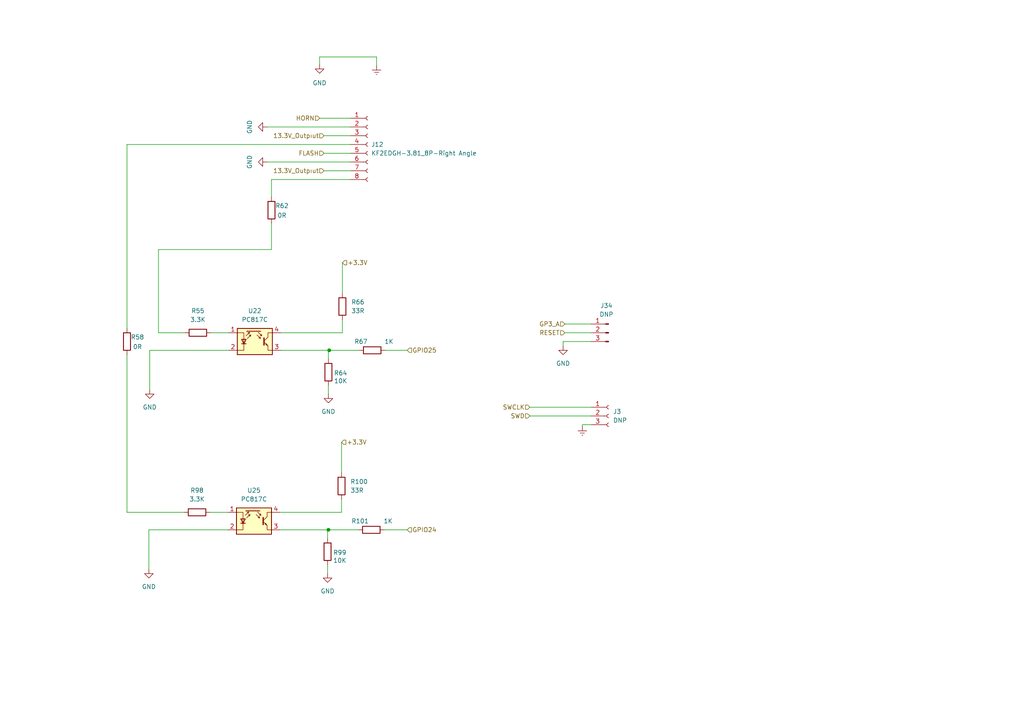
<source format=kicad_sch>
(kicad_sch (version 20231120) (generator "eeschema") (generator_version "8.0")
  (paper "A4")
  (lib_symbols
    (symbol "Connector:Conn_01x03_Pin" (pin_names (offset 1.016) hide)
      (property "Reference" "J" (at 0 5.08 0))
      (property "Value" "Conn_01x03_Pin" (at 0 -5.08 0))
      (symbol "Conn_01x03_Pin_1_1"
        (polyline (pts (xy 1.27 -2.54) (xy 0.8636 -2.54)) (stroke (width 0.1524)))
        (polyline (pts (xy 1.27 0) (xy 0.8636 0)) (stroke (width 0.1524)))
        (polyline (pts (xy 1.27 2.54) (xy 0.8636 2.54)) (stroke (width 0.1524)))
        (rectangle (start 0.8636 -2.413) (end 0 -2.667) (stroke (width 0.1524)) (fill (type outline)))
        (rectangle (start 0.8636 0.127) (end 0 -0.127) (stroke (width 0.1524)) (fill (type outline)))
        (rectangle (start 0.8636 2.667) (end 0 2.413) (stroke (width 0.1524)) (fill (type outline)))
        (pin passive line (at 5.08 2.54 180) (length 3.81) (name "Pin_1") (number "1"))
        (pin passive line (at 5.08 0 180) (length 3.81) (name "Pin_2") (number "2"))
        (pin passive line (at 5.08 -2.54 180) (length 3.81) (name "Pin_3") (number "3"))
      )
    )
    (symbol "Connector:Conn_01x03_Socket" (pin_names (offset 1.016) hide)
      (property "Reference" "J" (at 0 5.08 0))
      (property "Value" "Conn_01x03_Socket" (at 0 -5.08 0))
      (symbol "Conn_01x03_Socket_1_1"
        (arc (start 0 -2.032) (mid -0.5058 -2.54) (end 0 -3.048) (stroke (width 0.1524)))
        (polyline (pts (xy -1.27 -2.54) (xy -0.508 -2.54)) (stroke (width 0.1524)))
        (polyline (pts (xy -1.27 0) (xy -0.508 0)) (stroke (width 0.1524)))
        (polyline (pts (xy -1.27 2.54) (xy -0.508 2.54)) (stroke (width 0.1524)))
        (arc (start 0 0.508) (mid -0.5058 0) (end 0 -0.508) (stroke (width 0.1524)))
        (arc (start 0 3.048) (mid -0.5058 2.54) (end 0 2.032) (stroke (width 0.1524)))
        (pin passive line (at -5.08 2.54 0) (length 3.81) (name "Pin_1") (number "1"))
        (pin passive line (at -5.08 0 0) (length 3.81) (name "Pin_2") (number "2"))
        (pin passive line (at -5.08 -2.54 0) (length 3.81) (name "Pin_3") (number "3"))
      )
    )
    (symbol "Connector:Conn_01x08_Socket" (pin_names (offset 1.016) hide)
      (property "Reference" "J" (at 0 10.16 0))
      (property "Value" "Conn_01x08_Socket" (at 0 -12.7 0))
      (symbol "Conn_01x08_Socket_1_1"
        (arc (start 0 -9.652) (mid -0.5058 -10.16) (end 0 -10.668) (stroke (width 0.1524)))
        (arc (start 0 -7.112) (mid -0.5058 -7.62) (end 0 -8.128) (stroke (width 0.1524)))
        (arc (start 0 -4.572) (mid -0.5058 -5.08) (end 0 -5.588) (stroke (width 0.1524)))
        (arc (start 0 -2.032) (mid -0.5058 -2.54) (end 0 -3.048) (stroke (width 0.1524)))
        (polyline (pts (xy -1.27 -10.16) (xy -0.508 -10.16)) (stroke (width 0.1524)))
        (polyline (pts (xy -1.27 -7.62) (xy -0.508 -7.62)) (stroke (width 0.1524)))
        (polyline (pts (xy -1.27 -5.08) (xy -0.508 -5.08)) (stroke (width 0.1524)))
        (polyline (pts (xy -1.27 -2.54) (xy -0.508 -2.54)) (stroke (width 0.1524)))
        (polyline (pts (xy -1.27 0) (xy -0.508 0)) (stroke (width 0.1524)))
        (polyline (pts (xy -1.27 2.54) (xy -0.508 2.54)) (stroke (width 0.1524)))
        (polyline (pts (xy -1.27 5.08) (xy -0.508 5.08)) (stroke (width 0.1524)))
        (polyline (pts (xy -1.27 7.62) (xy -0.508 7.62)) (stroke (width 0.1524)))
        (arc (start 0 0.508) (mid -0.5058 0) (end 0 -0.508) (stroke (width 0.1524)))
        (arc (start 0 3.048) (mid -0.5058 2.54) (end 0 2.032) (stroke (width 0.1524)))
        (arc (start 0 5.588) (mid -0.5058 5.08) (end 0 4.572) (stroke (width 0.1524)))
        (arc (start 0 8.128) (mid -0.5058 7.62) (end 0 7.112) (stroke (width 0.1524)))
        (pin passive line (at -5.08 7.62 0) (length 3.81) (name "Pin_1") (number "1"))
        (pin passive line (at -5.08 5.08 0) (length 3.81) (name "Pin_2") (number "2"))
        (pin passive line (at -5.08 2.54 0) (length 3.81) (name "Pin_3") (number "3"))
        (pin passive line (at -5.08 0 0) (length 3.81) (name "Pin_4") (number "4"))
        (pin passive line (at -5.08 -2.54 0) (length 3.81) (name "Pin_5") (number "5"))
        (pin passive line (at -5.08 -5.08 0) (length 3.81) (name "Pin_6") (number "6"))
        (pin passive line (at -5.08 -7.62 0) (length 3.81) (name "Pin_7") (number "7"))
        (pin passive line (at -5.08 -10.16 0) (length 3.81) (name "Pin_8") (number "8"))
      )
    )
    (symbol "Device:R" (pin_numbers hide) (pin_names (offset 0))
      (property "Reference" "R" (at 2.032 0 90))
      (property "Value" "R" (at 0 0 90))
      (symbol "R_0_1"
        (rectangle (start -1.016 -2.54) (end 1.016 2.54) (stroke (width 0.254)))
      )
      (symbol "R_1_1"
        (pin passive line (at 0 3.81 270) (length 1.27) (name "~") (number "1"))
        (pin passive line (at 0 -3.81 90) (length 1.27) (name "~") (number "2"))
      )
    )
    (symbol "Sensor_Proximity:SFH9201" (pin_names (offset 0.0254) hide)
      (property "Reference" "U?" (at 0 8.89 0))
      (property "Value" "SFH9201" (at 0 6.35 0))
      (symbol "SFH9201_0_1"
        (polyline (pts (xy -3.81 -0.635) (xy -2.54 -0.635)) (stroke (width 0.254)))
        (polyline (pts (xy -2.286 2.921) (xy -2.032 3.175)))
        (polyline (pts (xy -1.778 2.921) (xy -1.524 3.175)))
        (polyline (pts (xy -1.524 2.667) (xy -1.651 2.159)))
        (polyline (pts (xy -1.27 2.921) (xy -1.016 3.175)))
        (polyline (pts (xy -1.143 1.905) (xy -1.27 1.397)))
        (polyline (pts (xy -0.762 2.921) (xy -0.508 3.175)))
        (polyline (pts (xy -0.254 2.921) (xy 0 3.175)))
        (polyline (pts (xy 0.254 2.921) (xy 0.508 3.175)))
        (polyline (pts (xy 0.762 2.921) (xy 1.016 3.175)))
        (polyline (pts (xy 1.27 2.921) (xy 1.524 3.175)))
        (polyline (pts (xy 1.651 0.889) (xy 1.143 1.016)))
        (polyline (pts (xy 1.778 2.921) (xy -2.413 2.921)))
        (polyline (pts (xy 2.032 1.651) (xy 1.524 1.778)))
        (polyline (pts (xy 2.667 -0.127) (xy 3.81 -1.27)))
        (polyline (pts (xy 2.667 0.127) (xy 3.81 1.27)))
        (polyline (pts (xy -2.54 1.651) (xy -1.524 2.667) (xy -2.032 2.54)))
        (polyline (pts (xy -2.159 0.889) (xy -1.143 1.905) (xy -1.651 1.778)))
        (polyline (pts (xy 0.635 1.905) (xy 1.651 0.889) (xy 1.524 1.397)))
        (polyline (pts (xy 1.016 2.667) (xy 2.032 1.651) (xy 1.905 2.159)))
        (polyline (pts (xy 2.667 1.016) (xy 2.667 -1.016) (xy 2.667 -1.016)) (stroke (width 0.3556)))
        (polyline (pts (xy 3.81 -1.27) (xy 3.81 -2.54) (xy 5.08 -2.54)))
        (polyline (pts (xy 3.81 1.27) (xy 3.81 2.54) (xy 5.08 2.54)))
        (polyline (pts (xy -5.08 -2.54) (xy -3.175 -2.54) (xy -3.175 2.54) (xy -5.08 2.54)))
        (polyline (pts (xy -3.175 -0.635) (xy -3.81 0.635) (xy -2.54 0.635) (xy -3.175 -0.635)) (stroke (width 0.254)))
        (polyline (pts (xy 3.683 -1.143) (xy 3.429 -0.635) (xy 3.175 -0.889) (xy 3.683 -1.143)))
        (polyline (pts (xy -5.08 -3.81) (xy 5.08 -3.81) (xy 5.08 3.81) (xy -5.08 3.81) (xy -5.08 -3.81)) (stroke (width 0.254)) (fill (type background)))
      )
      (symbol "SFH9201_1_1"
        (pin passive line (at -7.62 2.54 0) (length 2.54) (name "A") (number "1"))
        (pin passive line (at -7.62 -2.54 0) (length 2.54) (name "K") (number "2"))
        (pin open_emitter line (at 7.62 -2.54 180) (length 2.54) (name "E") (number "3"))
        (pin open_collector line (at 7.62 2.54 180) (length 2.54) (name "C") (number "4"))
      )
    )
    (symbol "power:Earth" (power) (pin_names (offset 0))
      (symbol "Earth_0_1"
        (polyline (pts (xy -0.635 -1.905) (xy 0.635 -1.905)))
        (polyline (pts (xy -0.127 -2.54) (xy 0.127 -2.54)))
        (polyline (pts (xy 0 -1.27) (xy 0 0)))
        (polyline (pts (xy 1.27 -1.27) (xy -1.27 -1.27)))
      )
      (symbol "Earth_1_1"
        (pin power_in line (at 0 0 270) (length 0) hide (name "Earth") (number "1"))
      )
    )
    (symbol "power:GND" (power) (pin_names (offset 0))
      (property "Value" "GND" (at 0 -3.81 0))
      (symbol "GND_0_1"
        (polyline (pts (xy 0 0) (xy 0 -1.27) (xy 1.27 -1.27) (xy 0 -2.54) (xy -1.27 -1.27) (xy 0 -1.27)))
      )
      (symbol "GND_1_1"
        (pin power_in line (at 0 0 270) (length 0) hide (name "GND") (number "1"))
      )
    )
  )
  (junction (at 95.25 153.671))
  (junction (at 95.4944 101.6))
  (wire (pts (xy 43.4244 101.599) (xy 66.2844 101.599)))
  (wire (pts (xy 95.0056 153.671) (xy 95.0056 156.2026)))
  (wire (pts (xy 78.74 64.77) (xy 78.74 72.389)))
  (wire (pts (xy 99.06 144.78) (xy 99.06 148.59)))
  (wire (pts (xy 111.5156 153.671) (xy 118.11 153.671)))
  (wire (pts (xy 95.4944 101.599) (xy 95.4944 101.6)))
  (wire (pts (xy 109.22 16.51) (xy 109.22 19.05)))
  (wire (pts (xy 95.0056 153.671) (xy 95.25 153.671)))
  (wire (pts (xy 36.83 148.59) (xy 53.34 148.59)))
  (wire (pts (xy 93.98 39.37) (xy 101.6 39.37)))
  (wire (pts (xy 95.25 111.7516) (xy 95.25 114.3)))
  (wire (pts (xy 168.91 123.19) (xy 168.91 123.698)))
  (wire (pts (xy 81.28 148.59) (xy 99.06 148.59)))
  (wire (pts (xy 61.2044 96.519) (xy 66.2844 96.519)))
  (wire (pts (xy 78.74 72.389) (xy 45.9644 72.389)))
  (wire (pts (xy 92.71 34.29) (xy 101.6 34.29)))
  (wire (pts (xy 111.76 101.6) (xy 118.11 101.6)))
  (wire (pts (xy 95.25 153.671) (xy 103.8956 153.671)))
  (wire (pts (xy 163.322 99.06) (xy 163.322 100.33)))
  (wire (pts (xy 153.67 120.65) (xy 171.45 120.65)))
  (wire (pts (xy 93.98 49.53) (xy 101.6 49.53)))
  (wire (pts (xy 45.9644 72.389) (xy 45.9644 96.519)))
  (wire (pts (xy 99.06 128.27) (xy 99.06 137.16)))
  (wire (pts (xy 95.25 101.6) (xy 95.25 104.1316)))
  (wire (pts (xy 93.98 44.45) (xy 101.6 44.45)))
  (wire (pts (xy 36.83 41.91) (xy 101.6 41.91)))
  (wire (pts (xy 81.5244 101.599) (xy 95.4944 101.599)))
  (wire (pts (xy 99.3044 92.709) (xy 99.3044 96.519)))
  (wire (pts (xy 95.25 153.67) (xy 95.25 153.671)))
  (wire (pts (xy 77.47 46.99) (xy 101.6 46.99)))
  (wire (pts (xy 109.22 16.51) (xy 92.6894 16.51)))
  (wire (pts (xy 171.45 123.19) (xy 168.91 123.19)))
  (wire (pts (xy 43.4244 101.599) (xy 43.4244 113.029)))
  (wire (pts (xy 153.67 118.11) (xy 171.45 118.11)))
  (wire (pts (xy 118.11 153.67) (xy 118.11 153.671)))
  (wire (pts (xy 81.28 153.67) (xy 95.25 153.67)))
  (wire (pts (xy 163.83 93.98) (xy 171.45 93.98)))
  (wire (pts (xy 81.5244 96.519) (xy 99.3044 96.519)))
  (wire (pts (xy 45.9644 96.519) (xy 53.5844 96.519)))
  (wire (pts (xy 78.74 52.07) (xy 78.74 57.15)))
  (wire (pts (xy 95.25 101.6) (xy 95.4944 101.6)))
  (wire (pts (xy 60.96 148.59) (xy 66.04 148.59)))
  (wire (pts (xy 43.18 153.67) (xy 43.18 165.1)))
  (wire (pts (xy 77.47 36.83) (xy 101.6 36.83)))
  (wire (pts (xy 92.6894 16.51) (xy 92.6894 18.7268)))
  (wire (pts (xy 36.83 41.91) (xy 36.83 95.25)))
  (wire (pts (xy 36.83 102.87) (xy 36.83 148.59)))
  (wire (pts (xy 95.4944 101.6) (xy 104.14 101.6)))
  (wire (pts (xy 171.45 99.06) (xy 163.322 99.06)))
  (wire (pts (xy 99.3044 76.199) (xy 99.3044 85.089)))
  (wire (pts (xy 43.18 153.67) (xy 66.04 153.67)))
  (wire (pts (xy 163.83 96.52) (xy 171.45 96.52)))
  (wire (pts (xy 78.74 52.07) (xy 101.6 52.07)))
  (wire (pts (xy 95.0056 163.8226) (xy 95.0056 166.371)))
  (hierarchical_label "GP3_A" (shape input) (at 163.83 93.98 180))
  (hierarchical_label "RESET" (shape input) (at 163.83 96.52 180))
  (hierarchical_label "+3.3V" (shape input) (at 99.3044 76.199 0))
  (hierarchical_label "13.3V_Outpıut" (shape input) (at 93.98 39.37 180))
  (hierarchical_label "SWCLK" (shape input) (at 153.67 118.11 180))
  (hierarchical_label "+3.3V" (shape input) (at 99.06 128.27 0))
  (hierarchical_label "HORN" (shape input) (at 92.71 34.29 180))
  (hierarchical_label "GPIO24" (shape input) (at 118.11 153.67 0))
  (hierarchical_label "SWD" (shape input) (at 153.67 120.65 180))
  (hierarchical_label "GPIO25" (shape input) (at 118.11 101.6 0))
  (hierarchical_label "FLASH" (shape input) (at 93.98 44.45 180))
  (hierarchical_label "13.3V_Outpıut" (shape input) (at 93.98 49.53 180))
  (symbol (lib_id "Sensor_Proximity:SFH9201") (at 73.66 151.13 0) (unit 1)
    (property "Reference" "U25" (at 73.66 142.24 0))
    (property "Value" "PC817C" (at 73.66 144.78 0))
    (property "Footprint" "Footprint:PC817" (effects (hide yes)))
    (property "MPN" "PC817C_4PIN_SMD" (effects (hide yes)))
  )
  (symbol (lib_id "Device:R") (at 99.06 140.97 0) (unit 1)
    (property "Reference" "R100" (at 101.6 139.6999 0) (effects (justify left)))
    (property "Value" "33R" (at 101.6 142.2399 0) (effects (justify left)))
    (property "Footprint" "Resistor_SMD:R_0603_1608Metric" (effects (hide yes)))
    (property "Description" "Resistor" (effects (hide yes)))
    (property "MPN" "0603WAF330JT5E" (effects (hide yes)))
  )
  (symbol (lib_id "Device:R") (at 57.3944 96.519 90) (unit 1)
    (property "Reference" "R55" (at 57.3944 90.169 90))
    (property "Value" "3.3K" (at 57.3944 92.709 90))
    (property "Footprint" "Resistor_SMD:R_0603_1608Metric" (effects (hide yes)))
    (property "Description" "Resistor" (effects (hide yes)))
    (property "MPN" "0603WAF3301T5E" (effects (hide yes)))
  )
  (symbol (lib_id "power:GND") (at 92.6894 18.7268 0) (mirror y) (unit 1)
    (property "Reference" "#PWR0146" (effects (hide yes)))
    (property "Value" "GND" (at 92.6894 24.0608 0))
    (property "Description" "Power symbol creates a global label with name \"GND\" , ground" (effects (hide yes)))
  )
  (symbol (lib_id "Device:R") (at 95.25 107.9416 180) (unit 1)
    (property "Reference" "R64" (at 98.806 108.204 0))
    (property "Value" "10K" (at 98.806 110.49 0))
    (property "Footprint" "Resistor_SMD:R_0603_1608Metric" (effects (hide yes)))
    (property "Description" "Resistor" (effects (hide yes)))
    (property "MPN" "0603WAF1002T5E" (effects (hide yes)))
  )
  (symbol (lib_id "Connector:Conn_01x08_Socket") (at 106.68 41.91 0) (unit 1)
    (property "Reference" "J12" (at 107.6487 41.9099 0) (effects (justify left)))
    (property "Value" "KF2EDGH-3.81_8P-Right Angle" (at 107.6487 44.4499 0) (effects (justify left)))
    (property "Footprint" "KF2EDGH:KF2EDGH-3.81_8P" (effects (hide yes)))
    (property "Description" "Generic connector, single row, 01x08, script generated" (effects (hide yes)))
    (property "MPN" "15EDGK-3.81 双层 2*4p" (effects (hide yes)))
  )
  (symbol (lib_id "power:GND") (at 43.18 165.1 0) (unit 1)
    (property "Reference" "#PWR068" (effects (hide yes)))
    (property "Value" "GND" (at 43.18 170.18 0))
    (property "Description" "Power symbol creates a global label with name \"GND\" , ground" (effects (hide yes)))
  )
  (symbol (lib_id "Device:R") (at 107.7056 153.671 90) (unit 1)
    (property "Reference" "R101" (at 104.4471 151.132 90))
    (property "Value" "1K" (at 112.5751 151.132 90))
    (property "Footprint" "Resistor_SMD:R_0603_1608Metric" (effects (hide yes)))
    (property "Description" "Resistor" (effects (hide yes)))
    (property "MPN" "0603WAF1001T5E" (effects (hide yes)))
  )
  (symbol (lib_id "power:GND") (at 43.4244 113.029 0) (unit 1)
    (property "Reference" "#PWR022" (effects (hide yes)))
    (property "Value" "GND" (at 43.4244 118.109 0))
    (property "Description" "Power symbol creates a global label with name \"GND\" , ground" (effects (hide yes)))
  )
  (symbol (lib_id "Device:R") (at 36.83 99.06 0) (unit 1)
    (property "Reference" "R58" (at 39.878 97.79 0))
    (property "Value" "0R" (at 39.878 100.584 0))
    (property "Footprint" "Resistor_SMD:R_0603_1608Metric" (effects (hide yes)))
    (property "Description" "Resistor" (effects (hide yes)))
    (property "MPN" "0603WAF0000T5E" (effects (hide yes)))
  )
  (symbol (lib_id "power:GND") (at 77.47 36.83 270) (unit 1)
    (property "Reference" "#PWR0228" (effects (hide yes)))
    (property "Value" "GND" (at 72.39 36.83 0))
    (property "Description" "Power symbol creates a global label with name \"GND\" , ground" (effects (hide yes)))
  )
  (symbol (lib_id "Device:R") (at 95.0056 160.0126 180) (unit 1)
    (property "Reference" "R99" (at 98.5616 160.275 0))
    (property "Value" "10K" (at 98.5616 162.561 0))
    (property "Footprint" "Resistor_SMD:R_0603_1608Metric" (effects (hide yes)))
    (property "Description" "Resistor" (effects (hide yes)))
    (property "MPN" "0603WAF1002T5E" (effects (hide yes)))
  )
  (symbol (lib_id "power:GND") (at 163.322 100.33 0) (unit 1)
    (property "Reference" "#PWR0226" (effects (hide yes)))
    (property "Value" "GND" (at 163.322 105.41 0))
    (property "Description" "Power symbol creates a global label with name \"GND\" , ground" (effects (hide yes)))
  )
  (symbol (lib_id "power:GND") (at 95.25 114.3 0) (unit 1)
    (property "Reference" "#PWR096" (effects (hide yes)))
    (property "Value" "GND" (at 95.25 119.38 0))
    (property "Description" "Power symbol creates a global label with name \"GND\" , ground" (effects (hide yes)))
  )
  (symbol (lib_id "Connector:Conn_01x03_Socket") (at 176.53 120.65 0) (unit 1)
    (property "Reference" "J3" (at 177.8 119.3799 0) (effects (justify left)))
    (property "Value" "DNP" (at 177.8 121.9199 0) (effects (justify left)))
    (property "Footprint" "Connector_PinHeader_2.00mm:PinHeader_1x03_P2.00mm_Vertical" (effects (hide yes)))
    (property "Description" "Generic connector, single row, 01x03, script generated" (effects (hide yes)))
  )
  (symbol (lib_id "power:GND") (at 77.47 46.99 270) (unit 1)
    (property "Reference" "#PWR097" (effects (hide yes)))
    (property "Value" "GND" (at 72.39 46.99 0))
    (property "Description" "Power symbol creates a global label with name \"GND\" , ground" (effects (hide yes)))
  )
  (symbol (lib_id "Sensor_Proximity:SFH9201") (at 73.9044 99.059 0) (unit 1)
    (property "Reference" "U22" (at 73.9044 90.169 0))
    (property "Value" "PC817C" (at 73.9044 92.709 0))
    (property "Footprint" "Footprint:PC817" (effects (hide yes)))
    (property "MPN" "PC817C_4PIN_SMD" (effects (hide yes)))
  )
  (symbol (lib_id "Device:R") (at 99.3044 88.899 0) (unit 1)
    (property "Reference" "R66" (at 101.8444 87.6289 0) (effects (justify left)))
    (property "Value" "33R" (at 101.8444 90.1689 0) (effects (justify left)))
    (property "Footprint" "Resistor_SMD:R_0603_1608Metric" (effects (hide yes)))
    (property "Description" "Resistor" (effects (hide yes)))
    (property "MPN" "0603WAF330JT5E" (effects (hide yes)))
  )
  (symbol (lib_id "power:GND") (at 95.0056 166.371 0) (unit 1)
    (property "Reference" "#PWR0124" (effects (hide yes)))
    (property "Value" "GND" (at 95.0056 171.451 0))
    (property "Description" "Power symbol creates a global label with name \"GND\" , ground" (effects (hide yes)))
  )
  (symbol (lib_id "Connector:Conn_01x03_Pin") (at 176.53 96.52 0) (mirror y) (unit 1)
    (property "Reference" "J34" (at 175.895 88.646 0))
    (property "Value" "DNP" (at 175.895 91.186 0))
    (property "Footprint" "Connector_PinSocket_2.54mm:PinSocket_1x03_P2.54mm_Vertical" (effects (hide yes)))
    (property "Description" "Generic connector, single row, 01x03, script generated" (effects (hide yes)))
    (property "MPN" "1*3p 2.54 贴片排母  " (effects (hide yes)))
  )
  (symbol (lib_id "power:Earth") (at 109.22 19.05 0) (unit 1)
    (property "Reference" "#PWR0162" (effects (hide yes)))
    (property "Value" "Earth" (effects (hide yes)))
    (property "Description" "Power symbol creates a global label with name \"Earth\"" (effects (hide yes)))
  )
  (symbol (lib_id "Device:R") (at 78.74 60.96 0) (unit 1)
    (property "Reference" "R62" (at 81.788 59.69 0))
    (property "Value" "0R" (at 81.788 62.484 0))
    (property "Footprint" "Resistor_SMD:R_0603_1608Metric" (effects (hide yes)))
    (property "Description" "Resistor" (effects (hide yes)))
    (property "MPN" "0603WAF0000T5E" (effects (hide yes)))
  )
  (symbol (lib_id "power:Earth") (at 168.91 123.698 0) (unit 1)
    (property "Reference" "#PWR0234" (effects (hide yes)))
    (property "Value" "Earth" (effects (hide yes)))
    (property "Description" "Power symbol creates a global label with name \"Earth\"" (effects (hide yes)))
  )
  (symbol (lib_id "Device:R") (at 107.95 101.6 90) (unit 1)
    (property "Reference" "R67" (at 104.6915 99.061 90))
    (property "Value" "1K" (at 112.8195 99.061 90))
    (property "Footprint" "Resistor_SMD:R_0603_1608Metric" (effects (hide yes)))
    (property "Description" "Resistor" (effects (hide yes)))
    (property "MPN" "0603WAF1001T5E" (effects (hide yes)))
  )
  (symbol (lib_id "Device:R") (at 57.15 148.59 90) (unit 1)
    (property "Reference" "R98" (at 57.15 142.24 90))
    (property "Value" "3.3K" (at 57.15 144.78 90))
    (property "Footprint" "Resistor_SMD:R_0603_1608Metric" (effects (hide yes)))
    (property "Description" "Resistor" (effects (hide yes)))
    (property "MPN" "0603WAF3301T5E" (effects (hide yes)))
  )
)
</source>
